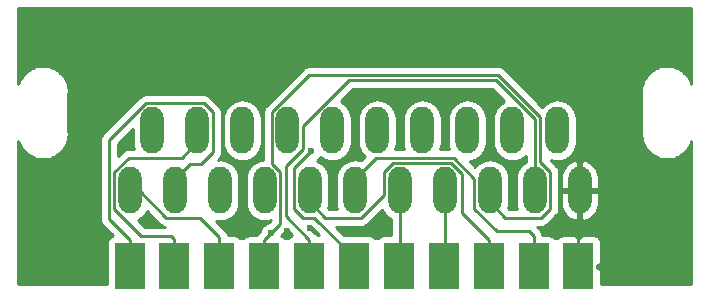
<source format=gbl>
G04 #@! TF.GenerationSoftware,KiCad,Pcbnew,(5.1.0)-1*
G04 #@! TF.CreationDate,2019-07-11T22:02:02-04:00*
G04 #@! TF.ProjectId,EUROF_to_JP21M,4555524f-465f-4746-9f5f-4a5032314d2e,rev?*
G04 #@! TF.SameCoordinates,Original*
G04 #@! TF.FileFunction,Copper,L2,Bot*
G04 #@! TF.FilePolarity,Positive*
%FSLAX46Y46*%
G04 Gerber Fmt 4.6, Leading zero omitted, Abs format (unit mm)*
G04 Created by KiCad (PCBNEW (5.1.0)-1) date 2019-07-11 22:02:02*
%MOMM*%
%LPD*%
G04 APERTURE LIST*
%ADD10O,1.981200X3.962400*%
%ADD11R,2.500000X4.000000*%
%ADD12C,0.600000*%
%ADD13C,0.250000*%
%ADD14C,0.254000*%
G04 APERTURE END LIST*
D10*
X152850000Y-85430000D03*
X150945000Y-80350000D03*
X149040000Y-85430000D03*
X147135000Y-80350000D03*
X145230000Y-85430000D03*
X143325000Y-80350000D03*
X141420000Y-85430000D03*
X139515000Y-80350000D03*
X137610000Y-85430000D03*
X135705000Y-80350000D03*
X133800000Y-85430000D03*
X131895000Y-80350000D03*
X129990000Y-85430000D03*
X128085000Y-80350000D03*
X126180000Y-85430000D03*
X124275000Y-80350000D03*
X122370000Y-85430000D03*
X120465000Y-80350000D03*
X118560000Y-85430000D03*
X116655000Y-80350000D03*
X114750000Y-85430000D03*
D11*
X152725000Y-91850000D03*
X148925000Y-91850000D03*
X145125000Y-91850000D03*
X141325000Y-91850000D03*
X137525000Y-91850000D03*
X133725000Y-91850000D03*
X129925000Y-91850000D03*
X126125000Y-91850000D03*
X122325000Y-91850000D03*
X118525000Y-91850000D03*
X114725000Y-91850000D03*
D12*
X126662500Y-89062500D03*
X147200000Y-83350000D03*
X145250000Y-82350000D03*
X137600000Y-78650000D03*
X141350000Y-78600000D03*
X133750000Y-78200000D03*
X131750000Y-83500000D03*
X135900000Y-87600000D03*
X130000000Y-88600000D03*
X128050000Y-88900000D03*
X124150000Y-88500000D03*
X124200000Y-83650000D03*
X115800000Y-71150000D03*
X119650000Y-71300000D03*
X130850000Y-71350000D03*
X137550000Y-71350000D03*
X141450000Y-71350000D03*
X146350000Y-71650000D03*
X151700000Y-71850000D03*
X158850000Y-72000000D03*
X160850000Y-84050000D03*
X160450000Y-90700000D03*
X106650000Y-91700000D03*
X106100000Y-84900000D03*
X110900000Y-82400000D03*
X107450000Y-71700000D03*
X116000000Y-87950000D03*
X114100000Y-81650000D03*
X130100000Y-82100000D03*
D13*
X148550000Y-88900000D02*
X148925000Y-89275000D01*
X145848847Y-88900000D02*
X148550000Y-88900000D01*
X133800000Y-84439400D02*
X135565620Y-82673780D01*
X133800000Y-85430000D02*
X133800000Y-84439400D01*
X148925000Y-89275000D02*
X148925000Y-91850000D01*
X135565620Y-82673780D02*
X142151344Y-82673781D01*
X142151344Y-82673781D02*
X143914390Y-84436827D01*
X143914390Y-84436827D02*
X143914390Y-86965543D01*
X143914390Y-86965543D02*
X145848847Y-88900000D01*
X137610000Y-91765000D02*
X137525000Y-91850000D01*
X137610000Y-85430000D02*
X137610000Y-91765000D01*
X141420000Y-91755000D02*
X141325000Y-91850000D01*
X141420000Y-85430000D02*
X141420000Y-91755000D01*
X126125000Y-89600000D02*
X126125000Y-91850000D01*
X127495610Y-83894457D02*
X127495610Y-88229390D01*
X126769390Y-83168237D02*
X127495610Y-83894457D01*
X126769390Y-78814457D02*
X126769390Y-83168237D01*
X149490010Y-83028857D02*
X149490010Y-79217447D01*
X150355610Y-83894457D02*
X149490010Y-83028857D01*
X149490010Y-79217447D02*
X145922553Y-75649990D01*
X149584943Y-87736210D02*
X150355610Y-86965543D01*
X145922553Y-75649990D02*
X129933857Y-75649990D01*
X146545610Y-87736210D02*
X149584943Y-87736210D01*
X129933857Y-75649990D02*
X126769390Y-78814457D01*
X145230000Y-86420600D02*
X146545610Y-87736210D01*
X150355610Y-86965543D02*
X150355610Y-83894457D01*
X145230000Y-85430000D02*
X145230000Y-86420600D01*
X127495610Y-88229390D02*
X126662500Y-89062500D01*
X126662500Y-89062500D02*
X126125000Y-89600000D01*
X127950000Y-87625000D02*
X129925000Y-89600000D01*
X127950000Y-83400000D02*
X127950000Y-87625000D01*
X149040000Y-79403847D02*
X145736153Y-76100000D01*
X149040000Y-85430000D02*
X149040000Y-79403847D01*
X145736153Y-76100000D02*
X133293847Y-76100000D01*
X133293847Y-76100000D02*
X129400610Y-79993237D01*
X129925000Y-89600000D02*
X129925000Y-91850000D01*
X129400610Y-79993237D02*
X129400610Y-81949390D01*
X129400610Y-81949390D02*
X127950000Y-83400000D01*
X152725000Y-85555000D02*
X152850000Y-85430000D01*
X152725000Y-91850000D02*
X152725000Y-85555000D01*
X115480000Y-85430000D02*
X114750000Y-85430000D01*
X117786210Y-87736210D02*
X115480000Y-85430000D01*
X120686210Y-87736210D02*
X117786210Y-87736210D01*
X122325000Y-91850000D02*
X122325000Y-89375000D01*
X122325000Y-89375000D02*
X120686210Y-87736210D01*
X118560000Y-84439400D02*
X118560000Y-85430000D01*
X119800600Y-83198800D02*
X118560000Y-84439400D01*
X120791200Y-83198800D02*
X119800600Y-83198800D01*
X121780610Y-82209390D02*
X120791200Y-83198800D01*
X121780610Y-78814457D02*
X121780610Y-82209390D01*
X121009943Y-78043790D02*
X121780610Y-78814457D01*
X116110057Y-78043790D02*
X121009943Y-78043790D01*
X112984380Y-87859380D02*
X112984380Y-81169467D01*
X112984380Y-81169467D02*
X116110057Y-78043790D01*
X114725000Y-89600000D02*
X112984380Y-87859380D01*
X114725000Y-91850000D02*
X114725000Y-89600000D01*
X119149390Y-82656210D02*
X120465000Y-81340600D01*
X114672637Y-82656210D02*
X119149390Y-82656210D01*
X120465000Y-81340600D02*
X120465000Y-80350000D01*
X118525000Y-89575000D02*
X118200000Y-89250000D01*
X118200000Y-89250000D02*
X115718847Y-89250000D01*
X115718847Y-89250000D02*
X113434390Y-86965543D01*
X118525000Y-91850000D02*
X118525000Y-89575000D01*
X113434390Y-86965543D02*
X113434390Y-83894457D01*
X113434390Y-83894457D02*
X114672637Y-82656210D01*
X133725000Y-91100000D02*
X130361210Y-87736210D01*
X133725000Y-91850000D02*
X133725000Y-91100000D01*
X130361210Y-87736210D02*
X129445057Y-87736210D01*
X129445057Y-87736210D02*
X128674390Y-86965543D01*
X128674390Y-86965543D02*
X128674390Y-83525610D01*
X128674390Y-83525610D02*
X130100000Y-82100000D01*
X141964943Y-83123790D02*
X142900000Y-84058847D01*
X137065057Y-83123790D02*
X141964943Y-83123790D01*
X129990000Y-86420600D02*
X131305610Y-87736210D01*
X129990000Y-85430000D02*
X129990000Y-86420600D01*
X131305610Y-87736210D02*
X134344943Y-87736210D01*
X136294390Y-85786763D02*
X136294390Y-83894457D01*
X134344943Y-87736210D02*
X136294390Y-85786763D01*
X136294390Y-83894457D02*
X137065057Y-83123790D01*
X145125000Y-89600000D02*
X145125000Y-91850000D01*
X142900000Y-87375000D02*
X145125000Y-89600000D01*
X142900000Y-84058847D02*
X142900000Y-87375000D01*
D14*
G36*
X162290001Y-76387191D02*
G01*
X162245868Y-76248068D01*
X162222290Y-76193058D01*
X162199508Y-76137783D01*
X162195125Y-76129677D01*
X162051836Y-75869034D01*
X162018048Y-75819687D01*
X161984936Y-75769850D01*
X161979062Y-75762749D01*
X161787876Y-75534904D01*
X161745146Y-75493060D01*
X161702987Y-75450605D01*
X161695846Y-75444781D01*
X161464045Y-75258408D01*
X161414031Y-75225680D01*
X161364398Y-75192202D01*
X161356261Y-75187876D01*
X161092675Y-75050077D01*
X161037219Y-75027672D01*
X160982068Y-75004488D01*
X160973246Y-75001825D01*
X160687915Y-74917847D01*
X160629175Y-74906642D01*
X160570558Y-74894609D01*
X160561386Y-74893710D01*
X160265178Y-74866753D01*
X160205361Y-74867171D01*
X160145544Y-74866753D01*
X160136372Y-74867653D01*
X159840569Y-74898742D01*
X159781972Y-74910771D01*
X159723210Y-74921980D01*
X159714388Y-74924644D01*
X159430257Y-75012598D01*
X159375139Y-75035768D01*
X159319650Y-75058186D01*
X159311514Y-75062513D01*
X159049878Y-75203979D01*
X159000311Y-75237412D01*
X158950232Y-75270183D01*
X158943091Y-75276008D01*
X158713915Y-75465597D01*
X158671774Y-75508034D01*
X158629024Y-75549897D01*
X158623150Y-75556998D01*
X158435164Y-75787492D01*
X158402049Y-75837334D01*
X158368265Y-75886674D01*
X158363882Y-75894781D01*
X158224246Y-76157399D01*
X158201458Y-76212687D01*
X158177886Y-76267683D01*
X158175162Y-76276487D01*
X158089193Y-76561225D01*
X158077570Y-76619925D01*
X158065137Y-76678419D01*
X158064174Y-76687584D01*
X158035150Y-76983596D01*
X158035150Y-77112406D01*
X158055801Y-77216697D01*
X158055800Y-80437952D01*
X158045478Y-80471300D01*
X158036932Y-80552622D01*
X158035299Y-80560870D01*
X158035299Y-80568164D01*
X158032016Y-80599404D01*
X158032016Y-80608620D01*
X158032165Y-80629898D01*
X158035298Y-80659700D01*
X158035298Y-80689680D01*
X158036262Y-80698844D01*
X158069416Y-80994424D01*
X158081853Y-81052936D01*
X158093471Y-81111614D01*
X158096196Y-81120413D01*
X158096197Y-81120419D01*
X158096199Y-81120425D01*
X158186130Y-81403928D01*
X158209691Y-81458899D01*
X158232491Y-81514217D01*
X158236874Y-81522323D01*
X158380163Y-81782965D01*
X158413947Y-81832305D01*
X158447062Y-81882147D01*
X158452936Y-81889247D01*
X158644122Y-82117094D01*
X158686853Y-82158939D01*
X158729013Y-82201395D01*
X158736155Y-82207219D01*
X158967956Y-82393591D01*
X159017968Y-82426318D01*
X159067600Y-82459795D01*
X159075737Y-82464121D01*
X159339323Y-82601921D01*
X159394783Y-82624328D01*
X159449931Y-82647511D01*
X159458753Y-82650174D01*
X159744083Y-82734152D01*
X159802837Y-82745360D01*
X159861441Y-82757390D01*
X159870613Y-82758289D01*
X160166820Y-82785246D01*
X160226638Y-82784828D01*
X160286455Y-82785246D01*
X160295626Y-82784347D01*
X160591430Y-82753257D01*
X160650017Y-82741230D01*
X160708787Y-82730020D01*
X160717609Y-82727356D01*
X161001740Y-82639403D01*
X161056883Y-82616223D01*
X161112348Y-82593814D01*
X161120485Y-82589487D01*
X161382121Y-82448021D01*
X161431705Y-82414576D01*
X161481768Y-82381816D01*
X161488909Y-82375992D01*
X161718085Y-82186401D01*
X161760224Y-82143966D01*
X161802974Y-82102103D01*
X161808848Y-82095002D01*
X161996834Y-81864509D01*
X162029938Y-81814682D01*
X162063733Y-81765327D01*
X162068116Y-81757221D01*
X162207753Y-81494603D01*
X162230560Y-81439269D01*
X162254114Y-81384314D01*
X162256838Y-81375515D01*
X162256840Y-81375509D01*
X162290001Y-81265674D01*
X162290000Y-93390000D01*
X154612248Y-93390000D01*
X154610000Y-92135750D01*
X154451250Y-91977000D01*
X154327000Y-91977000D01*
X154327000Y-91723000D01*
X154451250Y-91723000D01*
X154610000Y-91564250D01*
X154613072Y-89850000D01*
X154600812Y-89725518D01*
X154564502Y-89605820D01*
X154505537Y-89495506D01*
X154426185Y-89398815D01*
X154329494Y-89319463D01*
X154219180Y-89260498D01*
X154099482Y-89224188D01*
X153975000Y-89211928D01*
X153010750Y-89215000D01*
X152852000Y-89373750D01*
X152852000Y-89473000D01*
X152598000Y-89473000D01*
X152598000Y-89373750D01*
X152439250Y-89215000D01*
X151475000Y-89211928D01*
X151350518Y-89224188D01*
X151230820Y-89260498D01*
X151120506Y-89319463D01*
X151023815Y-89398815D01*
X150962933Y-89473000D01*
X150687067Y-89473000D01*
X150626185Y-89398815D01*
X150529494Y-89319463D01*
X150419180Y-89260498D01*
X150299482Y-89224188D01*
X150175000Y-89211928D01*
X149682465Y-89211928D01*
X149674003Y-89126014D01*
X149630546Y-88982753D01*
X149559974Y-88850724D01*
X149465001Y-88734999D01*
X149435998Y-88711197D01*
X149221011Y-88496210D01*
X149547621Y-88496210D01*
X149584943Y-88499886D01*
X149622265Y-88496210D01*
X149622276Y-88496210D01*
X149733929Y-88485213D01*
X149877190Y-88441756D01*
X150009219Y-88371184D01*
X150124944Y-88276211D01*
X150148746Y-88247208D01*
X150866614Y-87529341D01*
X150895611Y-87505544D01*
X150990584Y-87389819D01*
X151061156Y-87257790D01*
X151104613Y-87114529D01*
X151115610Y-87002876D01*
X151115610Y-87002868D01*
X151119286Y-86965543D01*
X151115610Y-86928218D01*
X151115610Y-85557000D01*
X151224400Y-85557000D01*
X151224400Y-86547600D01*
X151280412Y-86862299D01*
X151396742Y-87160023D01*
X151568920Y-87429332D01*
X151790329Y-87659876D01*
X152052461Y-87842795D01*
X152345242Y-87971060D01*
X152471041Y-88001411D01*
X152723000Y-87881942D01*
X152723000Y-85557000D01*
X152977000Y-85557000D01*
X152977000Y-87881942D01*
X153228959Y-88001411D01*
X153354758Y-87971060D01*
X153647539Y-87842795D01*
X153909671Y-87659876D01*
X154131080Y-87429332D01*
X154303258Y-87160023D01*
X154419588Y-86862299D01*
X154475600Y-86547600D01*
X154475600Y-85557000D01*
X152977000Y-85557000D01*
X152723000Y-85557000D01*
X151224400Y-85557000D01*
X151115610Y-85557000D01*
X151115610Y-84312400D01*
X151224400Y-84312400D01*
X151224400Y-85303000D01*
X152723000Y-85303000D01*
X152723000Y-82978058D01*
X152977000Y-82978058D01*
X152977000Y-85303000D01*
X154475600Y-85303000D01*
X154475600Y-84312400D01*
X154419588Y-83997701D01*
X154303258Y-83699977D01*
X154131080Y-83430668D01*
X153909671Y-83200124D01*
X153647539Y-83017205D01*
X153354758Y-82888940D01*
X153228959Y-82858589D01*
X152977000Y-82978058D01*
X152723000Y-82978058D01*
X152471041Y-82858589D01*
X152345242Y-82888940D01*
X152052461Y-83017205D01*
X151790329Y-83200124D01*
X151568920Y-83430668D01*
X151396742Y-83699977D01*
X151280412Y-83997701D01*
X151224400Y-84312400D01*
X151115610Y-84312400D01*
X151115610Y-83931779D01*
X151119286Y-83894456D01*
X151115610Y-83857133D01*
X151115610Y-83857124D01*
X151104613Y-83745471D01*
X151061156Y-83602210D01*
X150990584Y-83470181D01*
X150895611Y-83354456D01*
X150866613Y-83330658D01*
X150414322Y-82878367D01*
X150626327Y-82942678D01*
X150945000Y-82974065D01*
X151263672Y-82942678D01*
X151570099Y-82849725D01*
X151852504Y-82698777D01*
X152100034Y-82495634D01*
X152303177Y-82248105D01*
X152454125Y-81965700D01*
X152547078Y-81659273D01*
X152570600Y-81420454D01*
X152570600Y-79279546D01*
X152547078Y-79040727D01*
X152454125Y-78734300D01*
X152303177Y-78451895D01*
X152100034Y-78204366D01*
X151852505Y-78001223D01*
X151570100Y-77850275D01*
X151263673Y-77757322D01*
X150945000Y-77725935D01*
X150626328Y-77757322D01*
X150319901Y-77850275D01*
X150037496Y-78001223D01*
X149789967Y-78204366D01*
X149682581Y-78335216D01*
X146486357Y-75138993D01*
X146462554Y-75109989D01*
X146346829Y-75015016D01*
X146214800Y-74944444D01*
X146071539Y-74900987D01*
X145959886Y-74889990D01*
X145959875Y-74889990D01*
X145922553Y-74886314D01*
X145885231Y-74889990D01*
X129971179Y-74889990D01*
X129933856Y-74886314D01*
X129896533Y-74889990D01*
X129896524Y-74889990D01*
X129784871Y-74900987D01*
X129644824Y-74943469D01*
X129641610Y-74944444D01*
X129509580Y-75015016D01*
X129451704Y-75062514D01*
X129393856Y-75109989D01*
X129370058Y-75138987D01*
X126258393Y-78250653D01*
X126229389Y-78274456D01*
X126178852Y-78336036D01*
X126134416Y-78390181D01*
X126092583Y-78468444D01*
X126063844Y-78522211D01*
X126020387Y-78665472D01*
X126009390Y-78777125D01*
X126009390Y-78777135D01*
X126005714Y-78814457D01*
X126009390Y-78851780D01*
X126009391Y-82822739D01*
X125861328Y-82837322D01*
X125554901Y-82930275D01*
X125272496Y-83081223D01*
X125024967Y-83284366D01*
X124821824Y-83531895D01*
X124670876Y-83814300D01*
X124577923Y-84120727D01*
X124554401Y-84359546D01*
X124554400Y-86500453D01*
X124577922Y-86739272D01*
X124670875Y-87045699D01*
X124821823Y-87328104D01*
X125024966Y-87575634D01*
X125272495Y-87778777D01*
X125554900Y-87929725D01*
X125861327Y-88022678D01*
X126180000Y-88054065D01*
X126498672Y-88022678D01*
X126683624Y-87966574D01*
X126510851Y-88139347D01*
X126389771Y-88163432D01*
X126219611Y-88233914D01*
X126066472Y-88336238D01*
X125936238Y-88466472D01*
X125833914Y-88619611D01*
X125763432Y-88789771D01*
X125739347Y-88910851D01*
X125614002Y-89036197D01*
X125584999Y-89059999D01*
X125530823Y-89126013D01*
X125490026Y-89175724D01*
X125470674Y-89211928D01*
X124875000Y-89211928D01*
X124750518Y-89224188D01*
X124630820Y-89260498D01*
X124520506Y-89319463D01*
X124423815Y-89398815D01*
X124362933Y-89473000D01*
X124087067Y-89473000D01*
X124026185Y-89398815D01*
X123929494Y-89319463D01*
X123819180Y-89260498D01*
X123699482Y-89224188D01*
X123575000Y-89211928D01*
X123069730Y-89211928D01*
X123030546Y-89082753D01*
X123012497Y-89048986D01*
X122959974Y-88950723D01*
X122888799Y-88863997D01*
X122865001Y-88834999D01*
X122836003Y-88811201D01*
X122045804Y-88021003D01*
X122051327Y-88022678D01*
X122370000Y-88054065D01*
X122688672Y-88022678D01*
X122995099Y-87929725D01*
X123277504Y-87778777D01*
X123525034Y-87575634D01*
X123728177Y-87328105D01*
X123879125Y-87045700D01*
X123972078Y-86739273D01*
X123995600Y-86500454D01*
X123995600Y-84359546D01*
X123972078Y-84120727D01*
X123879125Y-83814300D01*
X123728177Y-83531895D01*
X123525034Y-83284366D01*
X123277505Y-83081223D01*
X122995100Y-82930275D01*
X122688673Y-82837322D01*
X122370000Y-82805935D01*
X122246725Y-82818077D01*
X122291613Y-82773189D01*
X122320611Y-82749391D01*
X122379660Y-82677440D01*
X122415584Y-82633667D01*
X122486156Y-82501637D01*
X122498848Y-82459795D01*
X122529613Y-82358376D01*
X122540610Y-82246723D01*
X122540610Y-82246714D01*
X122544286Y-82209391D01*
X122540610Y-82172068D01*
X122540610Y-81420453D01*
X122649400Y-81420453D01*
X122672922Y-81659272D01*
X122765875Y-81965699D01*
X122916823Y-82248104D01*
X123119966Y-82495634D01*
X123367495Y-82698777D01*
X123649900Y-82849725D01*
X123956327Y-82942678D01*
X124275000Y-82974065D01*
X124593672Y-82942678D01*
X124900099Y-82849725D01*
X125182504Y-82698777D01*
X125430034Y-82495634D01*
X125633177Y-82248105D01*
X125784125Y-81965700D01*
X125877078Y-81659273D01*
X125900600Y-81420454D01*
X125900600Y-79279546D01*
X125877078Y-79040727D01*
X125784125Y-78734300D01*
X125633177Y-78451895D01*
X125430034Y-78204366D01*
X125182505Y-78001223D01*
X124900100Y-77850275D01*
X124593673Y-77757322D01*
X124275000Y-77725935D01*
X123956328Y-77757322D01*
X123649901Y-77850275D01*
X123367496Y-78001223D01*
X123119967Y-78204366D01*
X122916824Y-78451895D01*
X122765876Y-78734300D01*
X122672923Y-79040727D01*
X122649401Y-79279546D01*
X122649400Y-81420453D01*
X122540610Y-81420453D01*
X122540610Y-78851782D01*
X122544286Y-78814457D01*
X122540610Y-78777132D01*
X122540610Y-78777124D01*
X122529613Y-78665471D01*
X122486156Y-78522210D01*
X122415584Y-78390181D01*
X122320611Y-78274456D01*
X122291614Y-78250659D01*
X121573746Y-77532792D01*
X121549944Y-77503789D01*
X121434219Y-77408816D01*
X121302190Y-77338244D01*
X121158929Y-77294787D01*
X121047276Y-77283790D01*
X121047265Y-77283790D01*
X121009943Y-77280114D01*
X120972621Y-77283790D01*
X116147380Y-77283790D01*
X116110057Y-77280114D01*
X116072734Y-77283790D01*
X116072724Y-77283790D01*
X115961071Y-77294787D01*
X115817810Y-77338244D01*
X115685781Y-77408816D01*
X115570056Y-77503789D01*
X115546258Y-77532787D01*
X112473378Y-80605668D01*
X112444380Y-80629466D01*
X112420582Y-80658464D01*
X112420581Y-80658465D01*
X112349406Y-80745191D01*
X112278834Y-80877221D01*
X112252384Y-80964419D01*
X112235378Y-81020481D01*
X112227587Y-81099579D01*
X112220704Y-81169467D01*
X112224381Y-81206799D01*
X112224380Y-87822057D01*
X112220704Y-87859380D01*
X112224380Y-87896702D01*
X112224380Y-87896712D01*
X112235377Y-88008365D01*
X112270455Y-88124003D01*
X112278834Y-88151626D01*
X112349406Y-88283656D01*
X112362827Y-88300009D01*
X112444379Y-88399381D01*
X112473382Y-88423183D01*
X113292105Y-89241907D01*
X113230820Y-89260498D01*
X113120506Y-89319463D01*
X113023815Y-89398815D01*
X112944463Y-89495506D01*
X112885498Y-89605820D01*
X112849188Y-89725518D01*
X112836928Y-89850000D01*
X112836928Y-93390000D01*
X105310000Y-93390000D01*
X105310000Y-81264810D01*
X105354130Y-81403928D01*
X105377691Y-81458899D01*
X105400491Y-81514217D01*
X105404874Y-81522323D01*
X105548163Y-81782965D01*
X105581947Y-81832305D01*
X105615062Y-81882147D01*
X105620936Y-81889247D01*
X105812122Y-82117094D01*
X105854853Y-82158939D01*
X105897013Y-82201395D01*
X105904155Y-82207219D01*
X106135956Y-82393591D01*
X106185968Y-82426318D01*
X106235600Y-82459795D01*
X106243737Y-82464121D01*
X106507323Y-82601921D01*
X106562783Y-82624328D01*
X106617931Y-82647511D01*
X106626753Y-82650174D01*
X106912083Y-82734152D01*
X106970837Y-82745360D01*
X107029441Y-82757390D01*
X107038613Y-82758289D01*
X107334820Y-82785246D01*
X107394638Y-82784828D01*
X107454455Y-82785246D01*
X107463626Y-82784347D01*
X107759430Y-82753257D01*
X107818017Y-82741230D01*
X107876787Y-82730020D01*
X107885609Y-82727356D01*
X108169740Y-82639403D01*
X108224883Y-82616223D01*
X108280348Y-82593814D01*
X108288485Y-82589487D01*
X108550121Y-82448021D01*
X108599705Y-82414576D01*
X108649768Y-82381816D01*
X108656909Y-82375992D01*
X108886085Y-82186401D01*
X108928224Y-82143966D01*
X108970974Y-82102103D01*
X108976848Y-82095002D01*
X109164834Y-81864509D01*
X109197938Y-81814682D01*
X109231733Y-81765327D01*
X109236116Y-81757221D01*
X109375753Y-81494603D01*
X109398560Y-81439269D01*
X109422114Y-81384314D01*
X109424838Y-81375515D01*
X109424840Y-81375509D01*
X109510806Y-81090773D01*
X109522422Y-81032108D01*
X109534862Y-80973584D01*
X109535825Y-80964419D01*
X109564850Y-80668406D01*
X109564850Y-80539596D01*
X109544200Y-80435305D01*
X109544200Y-77214047D01*
X109554522Y-77180699D01*
X109563068Y-77099377D01*
X109564701Y-77091129D01*
X109564701Y-77083835D01*
X109567984Y-77052594D01*
X109567984Y-77043379D01*
X109567835Y-77022100D01*
X109564702Y-76992298D01*
X109564702Y-76962319D01*
X109563738Y-76953154D01*
X109530584Y-76657575D01*
X109518151Y-76599081D01*
X109506528Y-76540381D01*
X109503803Y-76531578D01*
X109413868Y-76248068D01*
X109390290Y-76193058D01*
X109367508Y-76137783D01*
X109363125Y-76129677D01*
X109219836Y-75869034D01*
X109186048Y-75819687D01*
X109152936Y-75769850D01*
X109147062Y-75762749D01*
X108955876Y-75534904D01*
X108913146Y-75493060D01*
X108870987Y-75450605D01*
X108863846Y-75444781D01*
X108632045Y-75258408D01*
X108582031Y-75225680D01*
X108532398Y-75192202D01*
X108524261Y-75187876D01*
X108260675Y-75050077D01*
X108205219Y-75027672D01*
X108150068Y-75004488D01*
X108141246Y-75001825D01*
X107855915Y-74917847D01*
X107797175Y-74906642D01*
X107738558Y-74894609D01*
X107729386Y-74893710D01*
X107433178Y-74866753D01*
X107373361Y-74867171D01*
X107313544Y-74866753D01*
X107304372Y-74867653D01*
X107008569Y-74898742D01*
X106949972Y-74910771D01*
X106891210Y-74921980D01*
X106882388Y-74924644D01*
X106598257Y-75012598D01*
X106543139Y-75035768D01*
X106487650Y-75058186D01*
X106479514Y-75062513D01*
X106217878Y-75203979D01*
X106168311Y-75237412D01*
X106118232Y-75270183D01*
X106111091Y-75276008D01*
X105881915Y-75465597D01*
X105839774Y-75508034D01*
X105797024Y-75549897D01*
X105791150Y-75556998D01*
X105603164Y-75787492D01*
X105570049Y-75837334D01*
X105536265Y-75886674D01*
X105531882Y-75894781D01*
X105392246Y-76157399D01*
X105369458Y-76212687D01*
X105345886Y-76267683D01*
X105343162Y-76276487D01*
X105310000Y-76386323D01*
X105310000Y-70010000D01*
X162290001Y-70010000D01*
X162290001Y-76387191D01*
X162290001Y-76387191D01*
G37*
X162290001Y-76387191D02*
X162245868Y-76248068D01*
X162222290Y-76193058D01*
X162199508Y-76137783D01*
X162195125Y-76129677D01*
X162051836Y-75869034D01*
X162018048Y-75819687D01*
X161984936Y-75769850D01*
X161979062Y-75762749D01*
X161787876Y-75534904D01*
X161745146Y-75493060D01*
X161702987Y-75450605D01*
X161695846Y-75444781D01*
X161464045Y-75258408D01*
X161414031Y-75225680D01*
X161364398Y-75192202D01*
X161356261Y-75187876D01*
X161092675Y-75050077D01*
X161037219Y-75027672D01*
X160982068Y-75004488D01*
X160973246Y-75001825D01*
X160687915Y-74917847D01*
X160629175Y-74906642D01*
X160570558Y-74894609D01*
X160561386Y-74893710D01*
X160265178Y-74866753D01*
X160205361Y-74867171D01*
X160145544Y-74866753D01*
X160136372Y-74867653D01*
X159840569Y-74898742D01*
X159781972Y-74910771D01*
X159723210Y-74921980D01*
X159714388Y-74924644D01*
X159430257Y-75012598D01*
X159375139Y-75035768D01*
X159319650Y-75058186D01*
X159311514Y-75062513D01*
X159049878Y-75203979D01*
X159000311Y-75237412D01*
X158950232Y-75270183D01*
X158943091Y-75276008D01*
X158713915Y-75465597D01*
X158671774Y-75508034D01*
X158629024Y-75549897D01*
X158623150Y-75556998D01*
X158435164Y-75787492D01*
X158402049Y-75837334D01*
X158368265Y-75886674D01*
X158363882Y-75894781D01*
X158224246Y-76157399D01*
X158201458Y-76212687D01*
X158177886Y-76267683D01*
X158175162Y-76276487D01*
X158089193Y-76561225D01*
X158077570Y-76619925D01*
X158065137Y-76678419D01*
X158064174Y-76687584D01*
X158035150Y-76983596D01*
X158035150Y-77112406D01*
X158055801Y-77216697D01*
X158055800Y-80437952D01*
X158045478Y-80471300D01*
X158036932Y-80552622D01*
X158035299Y-80560870D01*
X158035299Y-80568164D01*
X158032016Y-80599404D01*
X158032016Y-80608620D01*
X158032165Y-80629898D01*
X158035298Y-80659700D01*
X158035298Y-80689680D01*
X158036262Y-80698844D01*
X158069416Y-80994424D01*
X158081853Y-81052936D01*
X158093471Y-81111614D01*
X158096196Y-81120413D01*
X158096197Y-81120419D01*
X158096199Y-81120425D01*
X158186130Y-81403928D01*
X158209691Y-81458899D01*
X158232491Y-81514217D01*
X158236874Y-81522323D01*
X158380163Y-81782965D01*
X158413947Y-81832305D01*
X158447062Y-81882147D01*
X158452936Y-81889247D01*
X158644122Y-82117094D01*
X158686853Y-82158939D01*
X158729013Y-82201395D01*
X158736155Y-82207219D01*
X158967956Y-82393591D01*
X159017968Y-82426318D01*
X159067600Y-82459795D01*
X159075737Y-82464121D01*
X159339323Y-82601921D01*
X159394783Y-82624328D01*
X159449931Y-82647511D01*
X159458753Y-82650174D01*
X159744083Y-82734152D01*
X159802837Y-82745360D01*
X159861441Y-82757390D01*
X159870613Y-82758289D01*
X160166820Y-82785246D01*
X160226638Y-82784828D01*
X160286455Y-82785246D01*
X160295626Y-82784347D01*
X160591430Y-82753257D01*
X160650017Y-82741230D01*
X160708787Y-82730020D01*
X160717609Y-82727356D01*
X161001740Y-82639403D01*
X161056883Y-82616223D01*
X161112348Y-82593814D01*
X161120485Y-82589487D01*
X161382121Y-82448021D01*
X161431705Y-82414576D01*
X161481768Y-82381816D01*
X161488909Y-82375992D01*
X161718085Y-82186401D01*
X161760224Y-82143966D01*
X161802974Y-82102103D01*
X161808848Y-82095002D01*
X161996834Y-81864509D01*
X162029938Y-81814682D01*
X162063733Y-81765327D01*
X162068116Y-81757221D01*
X162207753Y-81494603D01*
X162230560Y-81439269D01*
X162254114Y-81384314D01*
X162256838Y-81375515D01*
X162256840Y-81375509D01*
X162290001Y-81265674D01*
X162290000Y-93390000D01*
X154612248Y-93390000D01*
X154610000Y-92135750D01*
X154451250Y-91977000D01*
X154327000Y-91977000D01*
X154327000Y-91723000D01*
X154451250Y-91723000D01*
X154610000Y-91564250D01*
X154613072Y-89850000D01*
X154600812Y-89725518D01*
X154564502Y-89605820D01*
X154505537Y-89495506D01*
X154426185Y-89398815D01*
X154329494Y-89319463D01*
X154219180Y-89260498D01*
X154099482Y-89224188D01*
X153975000Y-89211928D01*
X153010750Y-89215000D01*
X152852000Y-89373750D01*
X152852000Y-89473000D01*
X152598000Y-89473000D01*
X152598000Y-89373750D01*
X152439250Y-89215000D01*
X151475000Y-89211928D01*
X151350518Y-89224188D01*
X151230820Y-89260498D01*
X151120506Y-89319463D01*
X151023815Y-89398815D01*
X150962933Y-89473000D01*
X150687067Y-89473000D01*
X150626185Y-89398815D01*
X150529494Y-89319463D01*
X150419180Y-89260498D01*
X150299482Y-89224188D01*
X150175000Y-89211928D01*
X149682465Y-89211928D01*
X149674003Y-89126014D01*
X149630546Y-88982753D01*
X149559974Y-88850724D01*
X149465001Y-88734999D01*
X149435998Y-88711197D01*
X149221011Y-88496210D01*
X149547621Y-88496210D01*
X149584943Y-88499886D01*
X149622265Y-88496210D01*
X149622276Y-88496210D01*
X149733929Y-88485213D01*
X149877190Y-88441756D01*
X150009219Y-88371184D01*
X150124944Y-88276211D01*
X150148746Y-88247208D01*
X150866614Y-87529341D01*
X150895611Y-87505544D01*
X150990584Y-87389819D01*
X151061156Y-87257790D01*
X151104613Y-87114529D01*
X151115610Y-87002876D01*
X151115610Y-87002868D01*
X151119286Y-86965543D01*
X151115610Y-86928218D01*
X151115610Y-85557000D01*
X151224400Y-85557000D01*
X151224400Y-86547600D01*
X151280412Y-86862299D01*
X151396742Y-87160023D01*
X151568920Y-87429332D01*
X151790329Y-87659876D01*
X152052461Y-87842795D01*
X152345242Y-87971060D01*
X152471041Y-88001411D01*
X152723000Y-87881942D01*
X152723000Y-85557000D01*
X152977000Y-85557000D01*
X152977000Y-87881942D01*
X153228959Y-88001411D01*
X153354758Y-87971060D01*
X153647539Y-87842795D01*
X153909671Y-87659876D01*
X154131080Y-87429332D01*
X154303258Y-87160023D01*
X154419588Y-86862299D01*
X154475600Y-86547600D01*
X154475600Y-85557000D01*
X152977000Y-85557000D01*
X152723000Y-85557000D01*
X151224400Y-85557000D01*
X151115610Y-85557000D01*
X151115610Y-84312400D01*
X151224400Y-84312400D01*
X151224400Y-85303000D01*
X152723000Y-85303000D01*
X152723000Y-82978058D01*
X152977000Y-82978058D01*
X152977000Y-85303000D01*
X154475600Y-85303000D01*
X154475600Y-84312400D01*
X154419588Y-83997701D01*
X154303258Y-83699977D01*
X154131080Y-83430668D01*
X153909671Y-83200124D01*
X153647539Y-83017205D01*
X153354758Y-82888940D01*
X153228959Y-82858589D01*
X152977000Y-82978058D01*
X152723000Y-82978058D01*
X152471041Y-82858589D01*
X152345242Y-82888940D01*
X152052461Y-83017205D01*
X151790329Y-83200124D01*
X151568920Y-83430668D01*
X151396742Y-83699977D01*
X151280412Y-83997701D01*
X151224400Y-84312400D01*
X151115610Y-84312400D01*
X151115610Y-83931779D01*
X151119286Y-83894456D01*
X151115610Y-83857133D01*
X151115610Y-83857124D01*
X151104613Y-83745471D01*
X151061156Y-83602210D01*
X150990584Y-83470181D01*
X150895611Y-83354456D01*
X150866613Y-83330658D01*
X150414322Y-82878367D01*
X150626327Y-82942678D01*
X150945000Y-82974065D01*
X151263672Y-82942678D01*
X151570099Y-82849725D01*
X151852504Y-82698777D01*
X152100034Y-82495634D01*
X152303177Y-82248105D01*
X152454125Y-81965700D01*
X152547078Y-81659273D01*
X152570600Y-81420454D01*
X152570600Y-79279546D01*
X152547078Y-79040727D01*
X152454125Y-78734300D01*
X152303177Y-78451895D01*
X152100034Y-78204366D01*
X151852505Y-78001223D01*
X151570100Y-77850275D01*
X151263673Y-77757322D01*
X150945000Y-77725935D01*
X150626328Y-77757322D01*
X150319901Y-77850275D01*
X150037496Y-78001223D01*
X149789967Y-78204366D01*
X149682581Y-78335216D01*
X146486357Y-75138993D01*
X146462554Y-75109989D01*
X146346829Y-75015016D01*
X146214800Y-74944444D01*
X146071539Y-74900987D01*
X145959886Y-74889990D01*
X145959875Y-74889990D01*
X145922553Y-74886314D01*
X145885231Y-74889990D01*
X129971179Y-74889990D01*
X129933856Y-74886314D01*
X129896533Y-74889990D01*
X129896524Y-74889990D01*
X129784871Y-74900987D01*
X129644824Y-74943469D01*
X129641610Y-74944444D01*
X129509580Y-75015016D01*
X129451704Y-75062514D01*
X129393856Y-75109989D01*
X129370058Y-75138987D01*
X126258393Y-78250653D01*
X126229389Y-78274456D01*
X126178852Y-78336036D01*
X126134416Y-78390181D01*
X126092583Y-78468444D01*
X126063844Y-78522211D01*
X126020387Y-78665472D01*
X126009390Y-78777125D01*
X126009390Y-78777135D01*
X126005714Y-78814457D01*
X126009390Y-78851780D01*
X126009391Y-82822739D01*
X125861328Y-82837322D01*
X125554901Y-82930275D01*
X125272496Y-83081223D01*
X125024967Y-83284366D01*
X124821824Y-83531895D01*
X124670876Y-83814300D01*
X124577923Y-84120727D01*
X124554401Y-84359546D01*
X124554400Y-86500453D01*
X124577922Y-86739272D01*
X124670875Y-87045699D01*
X124821823Y-87328104D01*
X125024966Y-87575634D01*
X125272495Y-87778777D01*
X125554900Y-87929725D01*
X125861327Y-88022678D01*
X126180000Y-88054065D01*
X126498672Y-88022678D01*
X126683624Y-87966574D01*
X126510851Y-88139347D01*
X126389771Y-88163432D01*
X126219611Y-88233914D01*
X126066472Y-88336238D01*
X125936238Y-88466472D01*
X125833914Y-88619611D01*
X125763432Y-88789771D01*
X125739347Y-88910851D01*
X125614002Y-89036197D01*
X125584999Y-89059999D01*
X125530823Y-89126013D01*
X125490026Y-89175724D01*
X125470674Y-89211928D01*
X124875000Y-89211928D01*
X124750518Y-89224188D01*
X124630820Y-89260498D01*
X124520506Y-89319463D01*
X124423815Y-89398815D01*
X124362933Y-89473000D01*
X124087067Y-89473000D01*
X124026185Y-89398815D01*
X123929494Y-89319463D01*
X123819180Y-89260498D01*
X123699482Y-89224188D01*
X123575000Y-89211928D01*
X123069730Y-89211928D01*
X123030546Y-89082753D01*
X123012497Y-89048986D01*
X122959974Y-88950723D01*
X122888799Y-88863997D01*
X122865001Y-88834999D01*
X122836003Y-88811201D01*
X122045804Y-88021003D01*
X122051327Y-88022678D01*
X122370000Y-88054065D01*
X122688672Y-88022678D01*
X122995099Y-87929725D01*
X123277504Y-87778777D01*
X123525034Y-87575634D01*
X123728177Y-87328105D01*
X123879125Y-87045700D01*
X123972078Y-86739273D01*
X123995600Y-86500454D01*
X123995600Y-84359546D01*
X123972078Y-84120727D01*
X123879125Y-83814300D01*
X123728177Y-83531895D01*
X123525034Y-83284366D01*
X123277505Y-83081223D01*
X122995100Y-82930275D01*
X122688673Y-82837322D01*
X122370000Y-82805935D01*
X122246725Y-82818077D01*
X122291613Y-82773189D01*
X122320611Y-82749391D01*
X122379660Y-82677440D01*
X122415584Y-82633667D01*
X122486156Y-82501637D01*
X122498848Y-82459795D01*
X122529613Y-82358376D01*
X122540610Y-82246723D01*
X122540610Y-82246714D01*
X122544286Y-82209391D01*
X122540610Y-82172068D01*
X122540610Y-81420453D01*
X122649400Y-81420453D01*
X122672922Y-81659272D01*
X122765875Y-81965699D01*
X122916823Y-82248104D01*
X123119966Y-82495634D01*
X123367495Y-82698777D01*
X123649900Y-82849725D01*
X123956327Y-82942678D01*
X124275000Y-82974065D01*
X124593672Y-82942678D01*
X124900099Y-82849725D01*
X125182504Y-82698777D01*
X125430034Y-82495634D01*
X125633177Y-82248105D01*
X125784125Y-81965700D01*
X125877078Y-81659273D01*
X125900600Y-81420454D01*
X125900600Y-79279546D01*
X125877078Y-79040727D01*
X125784125Y-78734300D01*
X125633177Y-78451895D01*
X125430034Y-78204366D01*
X125182505Y-78001223D01*
X124900100Y-77850275D01*
X124593673Y-77757322D01*
X124275000Y-77725935D01*
X123956328Y-77757322D01*
X123649901Y-77850275D01*
X123367496Y-78001223D01*
X123119967Y-78204366D01*
X122916824Y-78451895D01*
X122765876Y-78734300D01*
X122672923Y-79040727D01*
X122649401Y-79279546D01*
X122649400Y-81420453D01*
X122540610Y-81420453D01*
X122540610Y-78851782D01*
X122544286Y-78814457D01*
X122540610Y-78777132D01*
X122540610Y-78777124D01*
X122529613Y-78665471D01*
X122486156Y-78522210D01*
X122415584Y-78390181D01*
X122320611Y-78274456D01*
X122291614Y-78250659D01*
X121573746Y-77532792D01*
X121549944Y-77503789D01*
X121434219Y-77408816D01*
X121302190Y-77338244D01*
X121158929Y-77294787D01*
X121047276Y-77283790D01*
X121047265Y-77283790D01*
X121009943Y-77280114D01*
X120972621Y-77283790D01*
X116147380Y-77283790D01*
X116110057Y-77280114D01*
X116072734Y-77283790D01*
X116072724Y-77283790D01*
X115961071Y-77294787D01*
X115817810Y-77338244D01*
X115685781Y-77408816D01*
X115570056Y-77503789D01*
X115546258Y-77532787D01*
X112473378Y-80605668D01*
X112444380Y-80629466D01*
X112420582Y-80658464D01*
X112420581Y-80658465D01*
X112349406Y-80745191D01*
X112278834Y-80877221D01*
X112252384Y-80964419D01*
X112235378Y-81020481D01*
X112227587Y-81099579D01*
X112220704Y-81169467D01*
X112224381Y-81206799D01*
X112224380Y-87822057D01*
X112220704Y-87859380D01*
X112224380Y-87896702D01*
X112224380Y-87896712D01*
X112235377Y-88008365D01*
X112270455Y-88124003D01*
X112278834Y-88151626D01*
X112349406Y-88283656D01*
X112362827Y-88300009D01*
X112444379Y-88399381D01*
X112473382Y-88423183D01*
X113292105Y-89241907D01*
X113230820Y-89260498D01*
X113120506Y-89319463D01*
X113023815Y-89398815D01*
X112944463Y-89495506D01*
X112885498Y-89605820D01*
X112849188Y-89725518D01*
X112836928Y-89850000D01*
X112836928Y-93390000D01*
X105310000Y-93390000D01*
X105310000Y-81264810D01*
X105354130Y-81403928D01*
X105377691Y-81458899D01*
X105400491Y-81514217D01*
X105404874Y-81522323D01*
X105548163Y-81782965D01*
X105581947Y-81832305D01*
X105615062Y-81882147D01*
X105620936Y-81889247D01*
X105812122Y-82117094D01*
X105854853Y-82158939D01*
X105897013Y-82201395D01*
X105904155Y-82207219D01*
X106135956Y-82393591D01*
X106185968Y-82426318D01*
X106235600Y-82459795D01*
X106243737Y-82464121D01*
X106507323Y-82601921D01*
X106562783Y-82624328D01*
X106617931Y-82647511D01*
X106626753Y-82650174D01*
X106912083Y-82734152D01*
X106970837Y-82745360D01*
X107029441Y-82757390D01*
X107038613Y-82758289D01*
X107334820Y-82785246D01*
X107394638Y-82784828D01*
X107454455Y-82785246D01*
X107463626Y-82784347D01*
X107759430Y-82753257D01*
X107818017Y-82741230D01*
X107876787Y-82730020D01*
X107885609Y-82727356D01*
X108169740Y-82639403D01*
X108224883Y-82616223D01*
X108280348Y-82593814D01*
X108288485Y-82589487D01*
X108550121Y-82448021D01*
X108599705Y-82414576D01*
X108649768Y-82381816D01*
X108656909Y-82375992D01*
X108886085Y-82186401D01*
X108928224Y-82143966D01*
X108970974Y-82102103D01*
X108976848Y-82095002D01*
X109164834Y-81864509D01*
X109197938Y-81814682D01*
X109231733Y-81765327D01*
X109236116Y-81757221D01*
X109375753Y-81494603D01*
X109398560Y-81439269D01*
X109422114Y-81384314D01*
X109424838Y-81375515D01*
X109424840Y-81375509D01*
X109510806Y-81090773D01*
X109522422Y-81032108D01*
X109534862Y-80973584D01*
X109535825Y-80964419D01*
X109564850Y-80668406D01*
X109564850Y-80539596D01*
X109544200Y-80435305D01*
X109544200Y-77214047D01*
X109554522Y-77180699D01*
X109563068Y-77099377D01*
X109564701Y-77091129D01*
X109564701Y-77083835D01*
X109567984Y-77052594D01*
X109567984Y-77043379D01*
X109567835Y-77022100D01*
X109564702Y-76992298D01*
X109564702Y-76962319D01*
X109563738Y-76953154D01*
X109530584Y-76657575D01*
X109518151Y-76599081D01*
X109506528Y-76540381D01*
X109503803Y-76531578D01*
X109413868Y-76248068D01*
X109390290Y-76193058D01*
X109367508Y-76137783D01*
X109363125Y-76129677D01*
X109219836Y-75869034D01*
X109186048Y-75819687D01*
X109152936Y-75769850D01*
X109147062Y-75762749D01*
X108955876Y-75534904D01*
X108913146Y-75493060D01*
X108870987Y-75450605D01*
X108863846Y-75444781D01*
X108632045Y-75258408D01*
X108582031Y-75225680D01*
X108532398Y-75192202D01*
X108524261Y-75187876D01*
X108260675Y-75050077D01*
X108205219Y-75027672D01*
X108150068Y-75004488D01*
X108141246Y-75001825D01*
X107855915Y-74917847D01*
X107797175Y-74906642D01*
X107738558Y-74894609D01*
X107729386Y-74893710D01*
X107433178Y-74866753D01*
X107373361Y-74867171D01*
X107313544Y-74866753D01*
X107304372Y-74867653D01*
X107008569Y-74898742D01*
X106949972Y-74910771D01*
X106891210Y-74921980D01*
X106882388Y-74924644D01*
X106598257Y-75012598D01*
X106543139Y-75035768D01*
X106487650Y-75058186D01*
X106479514Y-75062513D01*
X106217878Y-75203979D01*
X106168311Y-75237412D01*
X106118232Y-75270183D01*
X106111091Y-75276008D01*
X105881915Y-75465597D01*
X105839774Y-75508034D01*
X105797024Y-75549897D01*
X105791150Y-75556998D01*
X105603164Y-75787492D01*
X105570049Y-75837334D01*
X105536265Y-75886674D01*
X105531882Y-75894781D01*
X105392246Y-76157399D01*
X105369458Y-76212687D01*
X105345886Y-76267683D01*
X105343162Y-76276487D01*
X105310000Y-76386323D01*
X105310000Y-70010000D01*
X162290001Y-70010000D01*
X162290001Y-76387191D01*
G36*
X128492106Y-89241907D02*
G01*
X128430820Y-89260498D01*
X128320506Y-89319463D01*
X128223815Y-89398815D01*
X128162933Y-89473000D01*
X127887067Y-89473000D01*
X127826185Y-89398815D01*
X127729494Y-89319463D01*
X127619180Y-89260498D01*
X127578866Y-89248269D01*
X127585653Y-89214149D01*
X128006618Y-88793185D01*
X128026811Y-88776613D01*
X128492106Y-89241907D01*
X128492106Y-89241907D01*
G37*
X128492106Y-89241907D02*
X128430820Y-89260498D01*
X128320506Y-89319463D01*
X128223815Y-89398815D01*
X128162933Y-89473000D01*
X127887067Y-89473000D01*
X127826185Y-89398815D01*
X127729494Y-89319463D01*
X127619180Y-89260498D01*
X127578866Y-89248269D01*
X127585653Y-89214149D01*
X128006618Y-88793185D01*
X128026811Y-88776613D01*
X128492106Y-89241907D01*
G36*
X136251823Y-87328104D02*
G01*
X136454966Y-87575634D01*
X136702495Y-87778777D01*
X136850000Y-87857620D01*
X136850001Y-89211928D01*
X136275000Y-89211928D01*
X136150518Y-89224188D01*
X136030820Y-89260498D01*
X135920506Y-89319463D01*
X135823815Y-89398815D01*
X135762933Y-89473000D01*
X135487067Y-89473000D01*
X135426185Y-89398815D01*
X135329494Y-89319463D01*
X135219180Y-89260498D01*
X135099482Y-89224188D01*
X134975000Y-89211928D01*
X132911730Y-89211928D01*
X132196012Y-88496210D01*
X134307621Y-88496210D01*
X134344943Y-88499886D01*
X134382265Y-88496210D01*
X134382276Y-88496210D01*
X134493929Y-88485213D01*
X134637190Y-88441756D01*
X134769219Y-88371184D01*
X134884944Y-88276211D01*
X134908747Y-88247208D01*
X136104143Y-87051813D01*
X136251823Y-87328104D01*
X136251823Y-87328104D01*
G37*
X136251823Y-87328104D02*
X136454966Y-87575634D01*
X136702495Y-87778777D01*
X136850000Y-87857620D01*
X136850001Y-89211928D01*
X136275000Y-89211928D01*
X136150518Y-89224188D01*
X136030820Y-89260498D01*
X135920506Y-89319463D01*
X135823815Y-89398815D01*
X135762933Y-89473000D01*
X135487067Y-89473000D01*
X135426185Y-89398815D01*
X135329494Y-89319463D01*
X135219180Y-89260498D01*
X135099482Y-89224188D01*
X134975000Y-89211928D01*
X132911730Y-89211928D01*
X132196012Y-88496210D01*
X134307621Y-88496210D01*
X134344943Y-88499886D01*
X134382265Y-88496210D01*
X134382276Y-88496210D01*
X134493929Y-88485213D01*
X134637190Y-88441756D01*
X134769219Y-88371184D01*
X134884944Y-88276211D01*
X134908747Y-88247208D01*
X136104143Y-87051813D01*
X136251823Y-87328104D01*
G36*
X130762126Y-89211928D02*
G01*
X130579326Y-89211928D01*
X130559974Y-89175724D01*
X130465001Y-89059999D01*
X130436004Y-89036202D01*
X129896012Y-88496210D01*
X130046409Y-88496210D01*
X130762126Y-89211928D01*
X130762126Y-89211928D01*
G37*
X130762126Y-89211928D02*
X130579326Y-89211928D01*
X130559974Y-89175724D01*
X130465001Y-89059999D01*
X130436004Y-89036202D01*
X129896012Y-88496210D01*
X130046409Y-88496210D01*
X130762126Y-89211928D01*
G36*
X117222415Y-88247218D02*
G01*
X117246209Y-88276211D01*
X117275202Y-88300005D01*
X117275206Y-88300009D01*
X117312416Y-88330546D01*
X117361934Y-88371184D01*
X117493963Y-88441756D01*
X117637224Y-88485213D01*
X117685827Y-88490000D01*
X116033649Y-88490000D01*
X115439142Y-87895493D01*
X115657504Y-87778777D01*
X115905034Y-87575634D01*
X116108177Y-87328105D01*
X116176144Y-87200946D01*
X117222415Y-88247218D01*
X117222415Y-88247218D01*
G37*
X117222415Y-88247218D02*
X117246209Y-88276211D01*
X117275202Y-88300005D01*
X117275206Y-88300009D01*
X117312416Y-88330546D01*
X117361934Y-88371184D01*
X117493963Y-88441756D01*
X117637224Y-88485213D01*
X117685827Y-88490000D01*
X116033649Y-88490000D01*
X115439142Y-87895493D01*
X115657504Y-87778777D01*
X115905034Y-87575634D01*
X116108177Y-87328105D01*
X116176144Y-87200946D01*
X117222415Y-88247218D01*
G36*
X146445858Y-77884506D02*
G01*
X146227496Y-78001223D01*
X145979967Y-78204366D01*
X145776824Y-78451895D01*
X145625876Y-78734300D01*
X145532923Y-79040727D01*
X145509401Y-79279546D01*
X145509400Y-81420453D01*
X145532922Y-81659272D01*
X145625875Y-81965699D01*
X145776823Y-82248104D01*
X145979966Y-82495634D01*
X146227495Y-82698777D01*
X146509900Y-82849725D01*
X146816327Y-82942678D01*
X147135000Y-82974065D01*
X147453672Y-82942678D01*
X147760099Y-82849725D01*
X148042504Y-82698777D01*
X148280000Y-82503868D01*
X148280000Y-83002381D01*
X148132496Y-83081223D01*
X147884967Y-83284366D01*
X147681824Y-83531895D01*
X147530876Y-83814300D01*
X147437923Y-84120727D01*
X147414401Y-84359546D01*
X147414400Y-86500453D01*
X147437922Y-86739272D01*
X147509796Y-86976210D01*
X146860412Y-86976210D01*
X146783527Y-86899325D01*
X146832078Y-86739273D01*
X146855600Y-86500454D01*
X146855600Y-84359546D01*
X146832078Y-84120727D01*
X146739125Y-83814300D01*
X146588177Y-83531895D01*
X146385034Y-83284366D01*
X146137505Y-83081223D01*
X145855100Y-82930275D01*
X145548673Y-82837322D01*
X145230000Y-82805935D01*
X144911328Y-82837322D01*
X144604901Y-82930275D01*
X144322496Y-83081223D01*
X144074967Y-83284366D01*
X143967581Y-83415216D01*
X143508369Y-82956004D01*
X143643672Y-82942678D01*
X143950099Y-82849725D01*
X144232504Y-82698777D01*
X144480034Y-82495634D01*
X144683177Y-82248105D01*
X144834125Y-81965700D01*
X144927078Y-81659273D01*
X144950600Y-81420454D01*
X144950600Y-79279546D01*
X144927078Y-79040727D01*
X144834125Y-78734300D01*
X144683177Y-78451895D01*
X144480034Y-78204366D01*
X144232505Y-78001223D01*
X143950100Y-77850275D01*
X143643673Y-77757322D01*
X143325000Y-77725935D01*
X143006328Y-77757322D01*
X142699901Y-77850275D01*
X142417496Y-78001223D01*
X142169967Y-78204366D01*
X141966824Y-78451895D01*
X141815876Y-78734300D01*
X141722923Y-79040727D01*
X141699401Y-79279546D01*
X141699400Y-81420453D01*
X141722922Y-81659272D01*
X141800126Y-81913782D01*
X141039874Y-81913782D01*
X141117078Y-81659273D01*
X141140600Y-81420454D01*
X141140600Y-79279546D01*
X141117078Y-79040727D01*
X141024125Y-78734300D01*
X140873177Y-78451895D01*
X140670034Y-78204366D01*
X140422505Y-78001223D01*
X140140100Y-77850275D01*
X139833673Y-77757322D01*
X139515000Y-77725935D01*
X139196328Y-77757322D01*
X138889901Y-77850275D01*
X138607496Y-78001223D01*
X138359967Y-78204366D01*
X138156824Y-78451895D01*
X138005876Y-78734300D01*
X137912923Y-79040727D01*
X137889401Y-79279546D01*
X137889400Y-81420453D01*
X137912922Y-81659272D01*
X137990126Y-81913781D01*
X137229875Y-81913781D01*
X137307078Y-81659273D01*
X137330600Y-81420454D01*
X137330600Y-79279546D01*
X137307078Y-79040727D01*
X137214125Y-78734300D01*
X137063177Y-78451895D01*
X136860034Y-78204366D01*
X136612505Y-78001223D01*
X136330100Y-77850275D01*
X136023673Y-77757322D01*
X135705000Y-77725935D01*
X135386328Y-77757322D01*
X135079901Y-77850275D01*
X134797496Y-78001223D01*
X134549967Y-78204366D01*
X134346824Y-78451895D01*
X134195876Y-78734300D01*
X134102923Y-79040727D01*
X134079401Y-79279546D01*
X134079400Y-81420453D01*
X134102922Y-81659272D01*
X134195875Y-81965699D01*
X134346823Y-82248104D01*
X134549966Y-82495634D01*
X134615325Y-82549273D01*
X134278725Y-82885873D01*
X134118673Y-82837322D01*
X133800000Y-82805935D01*
X133481328Y-82837322D01*
X133174901Y-82930275D01*
X132892496Y-83081223D01*
X132644967Y-83284366D01*
X132441824Y-83531895D01*
X132290876Y-83814300D01*
X132197923Y-84120727D01*
X132174401Y-84359546D01*
X132174400Y-86500453D01*
X132197922Y-86739272D01*
X132269796Y-86976210D01*
X131620412Y-86976210D01*
X131543527Y-86899325D01*
X131592078Y-86739273D01*
X131615600Y-86500454D01*
X131615600Y-84359546D01*
X131592078Y-84120727D01*
X131499125Y-83814300D01*
X131348177Y-83531895D01*
X131145034Y-83284366D01*
X130897505Y-83081223D01*
X130615100Y-82930275D01*
X130563697Y-82914682D01*
X130696028Y-82826262D01*
X130826262Y-82696028D01*
X130882177Y-82612345D01*
X130987495Y-82698777D01*
X131269900Y-82849725D01*
X131576327Y-82942678D01*
X131895000Y-82974065D01*
X132213672Y-82942678D01*
X132520099Y-82849725D01*
X132802504Y-82698777D01*
X133050034Y-82495634D01*
X133253177Y-82248105D01*
X133404125Y-81965700D01*
X133497078Y-81659273D01*
X133520600Y-81420454D01*
X133520600Y-79279546D01*
X133497078Y-79040727D01*
X133404125Y-78734300D01*
X133253177Y-78451895D01*
X133050034Y-78204366D01*
X132802505Y-78001223D01*
X132584142Y-77884506D01*
X133608649Y-76860000D01*
X145421352Y-76860000D01*
X146445858Y-77884506D01*
X146445858Y-77884506D01*
G37*
X146445858Y-77884506D02*
X146227496Y-78001223D01*
X145979967Y-78204366D01*
X145776824Y-78451895D01*
X145625876Y-78734300D01*
X145532923Y-79040727D01*
X145509401Y-79279546D01*
X145509400Y-81420453D01*
X145532922Y-81659272D01*
X145625875Y-81965699D01*
X145776823Y-82248104D01*
X145979966Y-82495634D01*
X146227495Y-82698777D01*
X146509900Y-82849725D01*
X146816327Y-82942678D01*
X147135000Y-82974065D01*
X147453672Y-82942678D01*
X147760099Y-82849725D01*
X148042504Y-82698777D01*
X148280000Y-82503868D01*
X148280000Y-83002381D01*
X148132496Y-83081223D01*
X147884967Y-83284366D01*
X147681824Y-83531895D01*
X147530876Y-83814300D01*
X147437923Y-84120727D01*
X147414401Y-84359546D01*
X147414400Y-86500453D01*
X147437922Y-86739272D01*
X147509796Y-86976210D01*
X146860412Y-86976210D01*
X146783527Y-86899325D01*
X146832078Y-86739273D01*
X146855600Y-86500454D01*
X146855600Y-84359546D01*
X146832078Y-84120727D01*
X146739125Y-83814300D01*
X146588177Y-83531895D01*
X146385034Y-83284366D01*
X146137505Y-83081223D01*
X145855100Y-82930275D01*
X145548673Y-82837322D01*
X145230000Y-82805935D01*
X144911328Y-82837322D01*
X144604901Y-82930275D01*
X144322496Y-83081223D01*
X144074967Y-83284366D01*
X143967581Y-83415216D01*
X143508369Y-82956004D01*
X143643672Y-82942678D01*
X143950099Y-82849725D01*
X144232504Y-82698777D01*
X144480034Y-82495634D01*
X144683177Y-82248105D01*
X144834125Y-81965700D01*
X144927078Y-81659273D01*
X144950600Y-81420454D01*
X144950600Y-79279546D01*
X144927078Y-79040727D01*
X144834125Y-78734300D01*
X144683177Y-78451895D01*
X144480034Y-78204366D01*
X144232505Y-78001223D01*
X143950100Y-77850275D01*
X143643673Y-77757322D01*
X143325000Y-77725935D01*
X143006328Y-77757322D01*
X142699901Y-77850275D01*
X142417496Y-78001223D01*
X142169967Y-78204366D01*
X141966824Y-78451895D01*
X141815876Y-78734300D01*
X141722923Y-79040727D01*
X141699401Y-79279546D01*
X141699400Y-81420453D01*
X141722922Y-81659272D01*
X141800126Y-81913782D01*
X141039874Y-81913782D01*
X141117078Y-81659273D01*
X141140600Y-81420454D01*
X141140600Y-79279546D01*
X141117078Y-79040727D01*
X141024125Y-78734300D01*
X140873177Y-78451895D01*
X140670034Y-78204366D01*
X140422505Y-78001223D01*
X140140100Y-77850275D01*
X139833673Y-77757322D01*
X139515000Y-77725935D01*
X139196328Y-77757322D01*
X138889901Y-77850275D01*
X138607496Y-78001223D01*
X138359967Y-78204366D01*
X138156824Y-78451895D01*
X138005876Y-78734300D01*
X137912923Y-79040727D01*
X137889401Y-79279546D01*
X137889400Y-81420453D01*
X137912922Y-81659272D01*
X137990126Y-81913781D01*
X137229875Y-81913781D01*
X137307078Y-81659273D01*
X137330600Y-81420454D01*
X137330600Y-79279546D01*
X137307078Y-79040727D01*
X137214125Y-78734300D01*
X137063177Y-78451895D01*
X136860034Y-78204366D01*
X136612505Y-78001223D01*
X136330100Y-77850275D01*
X136023673Y-77757322D01*
X135705000Y-77725935D01*
X135386328Y-77757322D01*
X135079901Y-77850275D01*
X134797496Y-78001223D01*
X134549967Y-78204366D01*
X134346824Y-78451895D01*
X134195876Y-78734300D01*
X134102923Y-79040727D01*
X134079401Y-79279546D01*
X134079400Y-81420453D01*
X134102922Y-81659272D01*
X134195875Y-81965699D01*
X134346823Y-82248104D01*
X134549966Y-82495634D01*
X134615325Y-82549273D01*
X134278725Y-82885873D01*
X134118673Y-82837322D01*
X133800000Y-82805935D01*
X133481328Y-82837322D01*
X133174901Y-82930275D01*
X132892496Y-83081223D01*
X132644967Y-83284366D01*
X132441824Y-83531895D01*
X132290876Y-83814300D01*
X132197923Y-84120727D01*
X132174401Y-84359546D01*
X132174400Y-86500453D01*
X132197922Y-86739272D01*
X132269796Y-86976210D01*
X131620412Y-86976210D01*
X131543527Y-86899325D01*
X131592078Y-86739273D01*
X131615600Y-86500454D01*
X131615600Y-84359546D01*
X131592078Y-84120727D01*
X131499125Y-83814300D01*
X131348177Y-83531895D01*
X131145034Y-83284366D01*
X130897505Y-83081223D01*
X130615100Y-82930275D01*
X130563697Y-82914682D01*
X130696028Y-82826262D01*
X130826262Y-82696028D01*
X130882177Y-82612345D01*
X130987495Y-82698777D01*
X131269900Y-82849725D01*
X131576327Y-82942678D01*
X131895000Y-82974065D01*
X132213672Y-82942678D01*
X132520099Y-82849725D01*
X132802504Y-82698777D01*
X133050034Y-82495634D01*
X133253177Y-82248105D01*
X133404125Y-81965700D01*
X133497078Y-81659273D01*
X133520600Y-81420454D01*
X133520600Y-79279546D01*
X133497078Y-79040727D01*
X133404125Y-78734300D01*
X133253177Y-78451895D01*
X133050034Y-78204366D01*
X132802505Y-78001223D01*
X132584142Y-77884506D01*
X133608649Y-76860000D01*
X145421352Y-76860000D01*
X146445858Y-77884506D01*
G36*
X115029400Y-81420453D02*
G01*
X115052922Y-81659272D01*
X115124796Y-81896210D01*
X114709962Y-81896210D01*
X114672637Y-81892534D01*
X114635312Y-81896210D01*
X114635304Y-81896210D01*
X114523651Y-81907207D01*
X114380390Y-81950664D01*
X114248361Y-82021236D01*
X114132636Y-82116209D01*
X114108838Y-82145207D01*
X113744380Y-82509665D01*
X113744380Y-81484268D01*
X115029401Y-80199248D01*
X115029400Y-81420453D01*
X115029400Y-81420453D01*
G37*
X115029400Y-81420453D02*
X115052922Y-81659272D01*
X115124796Y-81896210D01*
X114709962Y-81896210D01*
X114672637Y-81892534D01*
X114635312Y-81896210D01*
X114635304Y-81896210D01*
X114523651Y-81907207D01*
X114380390Y-81950664D01*
X114248361Y-82021236D01*
X114132636Y-82116209D01*
X114108838Y-82145207D01*
X113744380Y-82509665D01*
X113744380Y-81484268D01*
X115029401Y-80199248D01*
X115029400Y-81420453D01*
M02*

</source>
